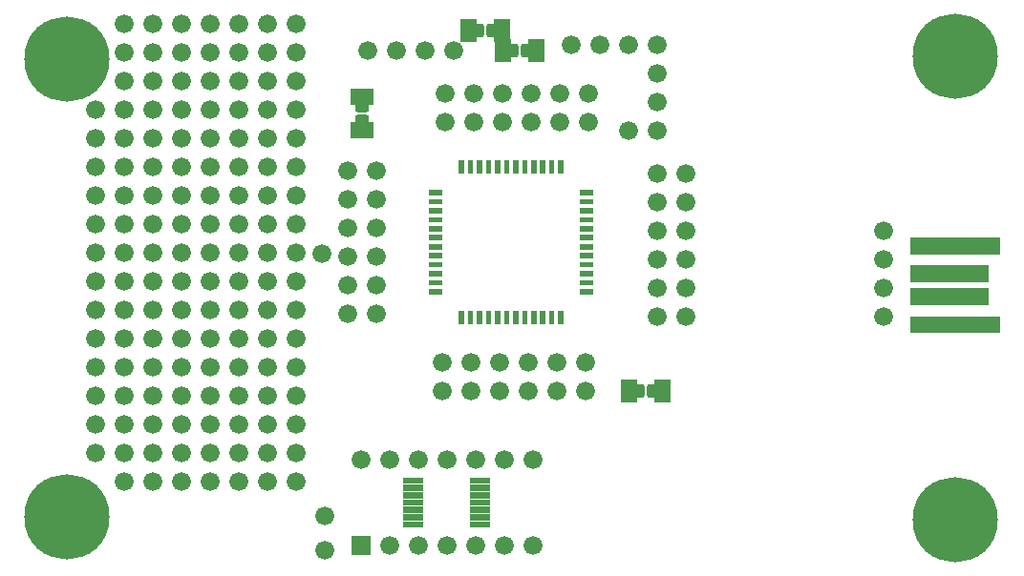
<source format=gbr>
G04 start of page 8 for group -4063 idx -4063 *
G04 Title: (unknown), componentmask *
G04 Creator: pcb 4.2.0 *
G04 CreationDate: Mon May  4 13:25:44 2020 UTC *
G04 For: xpi *
G04 Format: Gerber/RS-274X *
G04 PCB-Dimensions (mil): 3500.00 2000.00 *
G04 PCB-Coordinate-Origin: lower left *
%MOIN*%
%FSLAX25Y25*%
%LNTOPMASK*%
%ADD76C,0.0660*%
%ADD75C,0.0001*%
%ADD74C,0.2974*%
G54D74*X330000Y19000D03*
X20000Y180000D03*
X330000Y181000D03*
X20000Y20000D03*
G54D75*G36*
X119200Y13300D02*Y6700D01*
X125800D01*
Y13300D01*
X119200D01*
G37*
G54D76*X132500Y10000D03*
X142500D03*
X152500D03*
X162500D03*
X172500D03*
X182500D03*
Y40000D03*
X172500D03*
X162500D03*
X152500D03*
X142500D03*
X132500D03*
X122500D03*
X128000Y111000D03*
X236000Y110000D03*
X118000Y111000D03*
X128000Y101000D03*
X118000D03*
X236000Y100000D03*
X128000Y91000D03*
X118000D03*
X236000Y90000D03*
X171000Y74000D03*
X201000D03*
X191000D03*
X181000D03*
X171000Y64000D03*
X161000D03*
X151000D03*
X201000D03*
X191000D03*
X181000D03*
X161000Y74000D03*
X151000D03*
X100000Y72500D03*
Y62500D03*
Y52500D03*
Y42500D03*
Y32500D03*
X90000D03*
X110000Y20500D03*
Y8500D03*
X90000Y52500D03*
Y42500D03*
X80000Y82500D03*
Y72500D03*
Y62500D03*
Y52500D03*
Y42500D03*
Y32500D03*
X305000Y110000D03*
Y100000D03*
Y90000D03*
Y120000D03*
X236000Y140000D03*
Y130000D03*
Y120000D03*
X226000Y140000D03*
Y130000D03*
Y120000D03*
Y110000D03*
Y100000D03*
Y90000D03*
X172000Y168000D03*
Y158000D03*
X162000Y168000D03*
Y158000D03*
X192000Y168000D03*
X182000D03*
X152000D03*
Y158000D03*
X155000Y183000D03*
X145000D03*
X202000Y168000D03*
X206000Y185000D03*
X196000D03*
X202000Y158000D03*
X192000D03*
X182000D03*
X216000Y155000D03*
X226000Y185000D03*
Y175000D03*
Y165000D03*
Y155000D03*
X216000Y185000D03*
X128000Y141000D03*
Y131000D03*
Y121000D03*
X118000Y141000D03*
Y131000D03*
Y121000D03*
X135000Y183000D03*
X125000D03*
X100000Y182500D03*
X90000D03*
X100000Y172500D03*
X90000D03*
Y162500D03*
X80000Y182500D03*
Y172500D03*
Y162500D03*
X100000Y192500D03*
X90000D03*
X80000D03*
X100000Y162500D03*
Y152500D03*
Y142500D03*
Y132500D03*
Y122500D03*
Y112500D03*
X90000Y152500D03*
Y142500D03*
Y132500D03*
Y122500D03*
X80000Y152500D03*
Y142500D03*
Y132500D03*
Y122500D03*
X109000Y112000D03*
X90000Y112500D03*
Y102500D03*
Y92500D03*
Y82500D03*
Y72500D03*
Y62500D03*
X80000Y112500D03*
Y102500D03*
Y92500D03*
X100000Y102500D03*
Y92500D03*
Y82500D03*
X50000Y112500D03*
Y102500D03*
Y92500D03*
Y82500D03*
Y72500D03*
Y62500D03*
X40000Y112500D03*
Y102500D03*
Y92500D03*
X60000Y102500D03*
Y92500D03*
Y82500D03*
Y72500D03*
Y62500D03*
Y52500D03*
Y42500D03*
Y32500D03*
X50000D03*
Y52500D03*
Y42500D03*
X40000Y82500D03*
Y72500D03*
Y62500D03*
Y52500D03*
Y42500D03*
Y32500D03*
X70000Y162500D03*
Y152500D03*
Y142500D03*
Y132500D03*
Y122500D03*
Y112500D03*
Y102500D03*
Y92500D03*
Y82500D03*
Y72500D03*
Y62500D03*
Y52500D03*
Y42500D03*
Y32500D03*
X60000Y182500D03*
X50000D03*
X60000Y172500D03*
X50000D03*
Y162500D03*
X40000Y182500D03*
Y172500D03*
Y162500D03*
Y192500D03*
X70000Y182500D03*
Y192500D03*
Y172500D03*
X60000Y192500D03*
X50000D03*
X60000Y162500D03*
Y152500D03*
Y142500D03*
Y132500D03*
Y122500D03*
Y112500D03*
X50000Y152500D03*
Y142500D03*
Y132500D03*
Y122500D03*
X40000Y152500D03*
Y142500D03*
Y132500D03*
Y122500D03*
X30000Y162500D03*
Y152500D03*
Y142500D03*
Y132500D03*
Y122500D03*
Y112500D03*
Y102500D03*
Y92500D03*
Y82500D03*
Y72500D03*
Y62500D03*
Y52500D03*
Y42500D03*
G54D75*G36*
X121323Y160710D02*Y158142D01*
X124677D01*
Y160710D01*
X121323D01*
G37*
G36*
Y163858D02*Y161290D01*
X124677D01*
Y163858D01*
X121323D01*
G37*
G36*
X120732Y160217D02*Y156665D01*
X125268D01*
Y160217D01*
X120732D01*
G37*
G36*
Y165335D02*Y161783D01*
X125268D01*
Y165335D01*
X120732D01*
G37*
G36*
X118960Y157954D02*Y152236D01*
X127040D01*
Y157954D01*
X118960D01*
G37*
G36*
Y169764D02*Y164046D01*
X127040D01*
Y169764D01*
X118960D01*
G37*
G36*
X177710Y184677D02*X175142D01*
Y181323D01*
X177710D01*
Y184677D01*
G37*
G36*
X177217Y185268D02*X173665D01*
Y180732D01*
X177217D01*
Y185268D01*
G37*
G36*
X174954Y187040D02*X169236D01*
Y178960D01*
X174954D01*
Y187040D01*
G37*
G36*
X180858Y184677D02*X178290D01*
Y181323D01*
X180858D01*
Y184677D01*
G37*
G36*
X182335Y185268D02*X178783D01*
Y180732D01*
X182335D01*
Y185268D01*
G37*
G36*
X186764Y187040D02*X181046D01*
Y178960D01*
X186764D01*
Y187040D01*
G37*
G36*
X165710Y191677D02*X163142D01*
Y188323D01*
X165710D01*
Y191677D01*
G37*
G36*
X168858D02*X166290D01*
Y188323D01*
X168858D01*
Y191677D01*
G37*
G36*
X165217Y192268D02*X161665D01*
Y187732D01*
X165217D01*
Y192268D01*
G37*
G36*
X170335D02*X166783D01*
Y187732D01*
X170335D01*
Y192268D01*
G37*
G36*
X162954Y194040D02*X157236D01*
Y185960D01*
X162954D01*
Y194040D01*
G37*
G36*
X174764D02*X169046D01*
Y185960D01*
X174764D01*
Y194040D01*
G37*
G36*
X314401Y117685D02*Y111748D01*
X345535D01*
Y117685D01*
X314401D01*
G37*
G36*
Y107843D02*Y101906D01*
X341598D01*
Y107843D01*
X314401D01*
G37*
G36*
Y99969D02*Y94032D01*
X341598D01*
Y99969D01*
X314401D01*
G37*
G36*
Y90126D02*Y84189D01*
X345535D01*
Y90126D01*
X314401D01*
G37*
G36*
X146228Y134259D02*Y132385D01*
X151028D01*
Y134259D01*
X146228D01*
G37*
G36*
Y131110D02*Y129236D01*
X151028D01*
Y131110D01*
X146228D01*
G37*
G36*
Y127960D02*Y126086D01*
X151028D01*
Y127960D01*
X146228D01*
G37*
G36*
Y124811D02*Y122937D01*
X151028D01*
Y124811D01*
X146228D01*
G37*
G36*
Y121661D02*Y119787D01*
X151028D01*
Y121661D01*
X146228D01*
G37*
G36*
Y118511D02*Y116637D01*
X151028D01*
Y118511D01*
X146228D01*
G37*
G36*
Y115362D02*Y113488D01*
X151028D01*
Y115362D01*
X146228D01*
G37*
G36*
Y112212D02*Y110338D01*
X151028D01*
Y112212D01*
X146228D01*
G37*
G36*
Y109063D02*Y107189D01*
X151028D01*
Y109063D01*
X146228D01*
G37*
G36*
Y105913D02*Y104039D01*
X151028D01*
Y105913D01*
X146228D01*
G37*
G36*
Y102763D02*Y100889D01*
X151028D01*
Y102763D01*
X146228D01*
G37*
G36*
Y99614D02*Y97740D01*
X151028D01*
Y99614D01*
X146228D01*
G37*
G36*
X158615Y92028D02*X156741D01*
Y87228D01*
X158615D01*
Y92028D01*
G37*
G36*
X161764D02*X159890D01*
Y87228D01*
X161764D01*
Y92028D01*
G37*
G36*
X164914D02*X163040D01*
Y87228D01*
X164914D01*
Y92028D01*
G37*
G36*
X168063D02*X166189D01*
Y87228D01*
X168063D01*
Y92028D01*
G37*
G36*
X171213D02*X169339D01*
Y87228D01*
X171213D01*
Y92028D01*
G37*
G36*
X174363D02*X172489D01*
Y87228D01*
X174363D01*
Y92028D01*
G37*
G36*
X177512D02*X175638D01*
Y87228D01*
X177512D01*
Y92028D01*
G37*
G36*
X180662D02*X178788D01*
Y87228D01*
X180662D01*
Y92028D01*
G37*
G36*
X183811D02*X181937D01*
Y87228D01*
X183811D01*
Y92028D01*
G37*
G36*
X186961D02*X185087D01*
Y87228D01*
X186961D01*
Y92028D01*
G37*
G36*
X190111D02*X188237D01*
Y87228D01*
X190111D01*
Y92028D01*
G37*
G36*
X193260D02*X191386D01*
Y87228D01*
X193260D01*
Y92028D01*
G37*
G36*
X198972Y99615D02*Y97741D01*
X203772D01*
Y99615D01*
X198972D01*
G37*
G36*
Y102764D02*Y100890D01*
X203772D01*
Y102764D01*
X198972D01*
G37*
G36*
Y105914D02*Y104040D01*
X203772D01*
Y105914D01*
X198972D01*
G37*
G36*
Y109063D02*Y107189D01*
X203772D01*
Y109063D01*
X198972D01*
G37*
G36*
Y112213D02*Y110339D01*
X203772D01*
Y112213D01*
X198972D01*
G37*
G36*
Y115363D02*Y113489D01*
X203772D01*
Y115363D01*
X198972D01*
G37*
G36*
Y118512D02*Y116638D01*
X203772D01*
Y118512D01*
X198972D01*
G37*
G36*
Y121662D02*Y119788D01*
X203772D01*
Y121662D01*
X198972D01*
G37*
G36*
Y124811D02*Y122937D01*
X203772D01*
Y124811D01*
X198972D01*
G37*
G36*
Y127961D02*Y126087D01*
X203772D01*
Y127961D01*
X198972D01*
G37*
G36*
Y131111D02*Y129237D01*
X203772D01*
Y131111D01*
X198972D01*
G37*
G36*
Y134260D02*Y132386D01*
X203772D01*
Y134260D01*
X198972D01*
G37*
G36*
X193259Y144772D02*X191385D01*
Y139972D01*
X193259D01*
Y144772D01*
G37*
G36*
X190110D02*X188236D01*
Y139972D01*
X190110D01*
Y144772D01*
G37*
G36*
X186960D02*X185086D01*
Y139972D01*
X186960D01*
Y144772D01*
G37*
G36*
X183811D02*X181937D01*
Y139972D01*
X183811D01*
Y144772D01*
G37*
G36*
X180661D02*X178787D01*
Y139972D01*
X180661D01*
Y144772D01*
G37*
G36*
X177511D02*X175637D01*
Y139972D01*
X177511D01*
Y144772D01*
G37*
G36*
X174362D02*X172488D01*
Y139972D01*
X174362D01*
Y144772D01*
G37*
G36*
X171212D02*X169338D01*
Y139972D01*
X171212D01*
Y144772D01*
G37*
G36*
X168063D02*X166189D01*
Y139972D01*
X168063D01*
Y144772D01*
G37*
G36*
X164913D02*X163039D01*
Y139972D01*
X164913D01*
Y144772D01*
G37*
G36*
X161763D02*X159889D01*
Y139972D01*
X161763D01*
Y144772D01*
G37*
G36*
X158614D02*X156740D01*
Y139972D01*
X158614D01*
Y144772D01*
G37*
G36*
X221710Y65677D02*X219142D01*
Y62323D01*
X221710D01*
Y65677D01*
G37*
G36*
X224858D02*X222290D01*
Y62323D01*
X224858D01*
Y65677D01*
G37*
G36*
X221217Y66268D02*X217665D01*
Y61732D01*
X221217D01*
Y66268D01*
G37*
G36*
X226335D02*X222783D01*
Y61732D01*
X226335D01*
Y66268D01*
G37*
G36*
X218954Y68040D02*X213236D01*
Y59960D01*
X218954D01*
Y68040D01*
G37*
G36*
X230764D02*X225046D01*
Y59960D01*
X230764D01*
Y68040D01*
G37*
G36*
X137434Y33826D02*Y31527D01*
X144338D01*
Y33826D01*
X137434D01*
G37*
G36*
X160662D02*Y31527D01*
X167566D01*
Y33826D01*
X160662D01*
G37*
G36*
X137434Y31268D02*Y28968D01*
X144338D01*
Y31268D01*
X137434D01*
G37*
G36*
X160662D02*Y28968D01*
X167566D01*
Y31268D01*
X160662D01*
G37*
G36*
X137434Y28708D02*Y26410D01*
X144338D01*
Y28708D01*
X137434D01*
G37*
G36*
X160662D02*Y26410D01*
X167566D01*
Y28708D01*
X160662D01*
G37*
G36*
X137434Y26150D02*Y23850D01*
X144338D01*
Y26150D01*
X137434D01*
G37*
G36*
X160662D02*Y23850D01*
X167566D01*
Y26150D01*
X160662D01*
G37*
G36*
X137434Y23590D02*Y21292D01*
X144338D01*
Y23590D01*
X137434D01*
G37*
G36*
Y21032D02*Y18732D01*
X144338D01*
Y21032D01*
X137434D01*
G37*
G36*
Y18472D02*Y16174D01*
X144338D01*
Y18472D01*
X137434D01*
G37*
G36*
X160662D02*Y16174D01*
X167566D01*
Y18472D01*
X160662D01*
G37*
G36*
Y21032D02*Y18732D01*
X167566D01*
Y21032D01*
X160662D01*
G37*
G36*
Y23590D02*Y21292D01*
X167566D01*
Y23590D01*
X160662D01*
G37*
M02*

</source>
